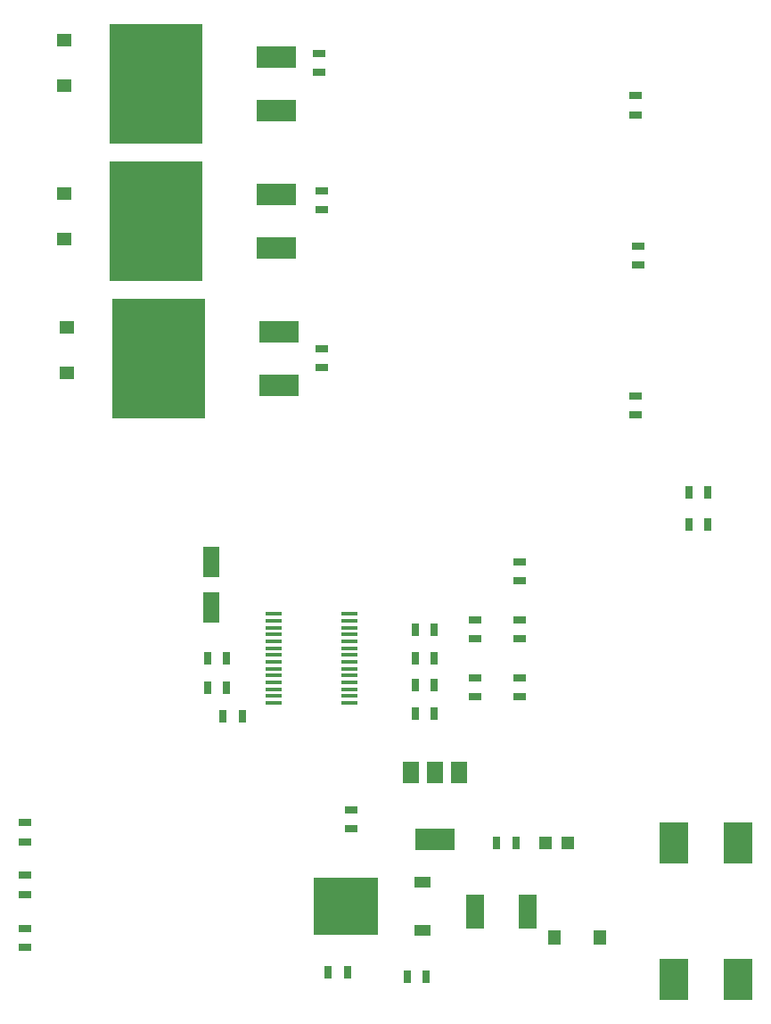
<source format=gbr>
G04 EAGLE Gerber RS-274X export*
G75*
%MOMM*%
%FSLAX34Y34*%
%LPD*%
%AMOC8*
5,1,8,0,0,1.08239X$1,22.5*%
G01*
%ADD10R,1.200000X0.800000*%
%ADD11R,1.200000X1.200000*%
%ADD12R,1.270000X1.470000*%
%ADD13R,0.800000X1.200000*%
%ADD14R,1.780000X3.200000*%
%ADD15R,1.498600X2.006600*%
%ADD16R,3.810000X2.006600*%
%ADD17R,2.800000X2.400000*%
%ADD18R,2.799081X1.485900*%
%ADD19R,6.200000X5.400000*%
%ADD20R,1.600000X1.000000*%
%ADD21R,1.470000X1.270000*%
%ADD22R,3.810000X2.082800*%
%ADD23R,8.890000X11.430000*%
%ADD24R,1.500000X0.400000*%
%ADD25R,1.600000X3.000000*%


D10*
X442500Y178500D03*
X442500Y196500D03*
D11*
X648000Y165000D03*
X627000Y165000D03*
D12*
X679000Y75000D03*
X636000Y75000D03*
D13*
X439000Y42500D03*
X421000Y42500D03*
X599000Y165000D03*
X581000Y165000D03*
D14*
X609900Y100000D03*
X560100Y100000D03*
D15*
X545106Y231496D03*
X522246Y231496D03*
X499386Y231496D03*
D16*
X522500Y168504D03*
D17*
X810000Y43000D03*
X810000Y157000D03*
X749000Y43000D03*
X749000Y157000D03*
D18*
X810000Y176391D03*
X748989Y176416D03*
X748989Y23610D03*
X810000Y23610D03*
D19*
X437500Y105000D03*
D20*
X510500Y82200D03*
X510500Y127800D03*
D13*
X496000Y37500D03*
X514000Y37500D03*
D10*
X412500Y914000D03*
X412500Y896000D03*
D21*
X170000Y883500D03*
X170000Y926500D03*
D22*
X371400Y859600D03*
X371400Y910400D03*
D23*
X257100Y885000D03*
D10*
X712500Y589000D03*
X712500Y571000D03*
X715000Y731500D03*
X715000Y713500D03*
X415000Y784000D03*
X415000Y766000D03*
D21*
X170000Y738500D03*
X170000Y781500D03*
D22*
X371400Y729600D03*
X371400Y780400D03*
D23*
X257100Y755000D03*
D10*
X415000Y634000D03*
X415000Y616000D03*
D21*
X172500Y611000D03*
X172500Y654000D03*
D22*
X373900Y599600D03*
X373900Y650400D03*
D23*
X259600Y625000D03*
D10*
X712500Y874000D03*
X712500Y856000D03*
X132500Y184000D03*
X132500Y166000D03*
X132500Y134000D03*
X132500Y116000D03*
X132500Y84000D03*
X132500Y66000D03*
D24*
X368750Y382250D03*
X368750Y375750D03*
X368750Y369250D03*
X368750Y362750D03*
X368750Y356250D03*
X368750Y349750D03*
X368750Y343250D03*
X368750Y336750D03*
X368750Y330250D03*
X368750Y323750D03*
X368750Y317250D03*
X368750Y310750D03*
X368750Y304250D03*
X368750Y297750D03*
X441250Y297750D03*
X441250Y304250D03*
X441250Y310750D03*
X441250Y317250D03*
X441250Y323750D03*
X441250Y330250D03*
X441250Y336750D03*
X441250Y343250D03*
X441250Y349750D03*
X441250Y356250D03*
X441250Y362750D03*
X441250Y369250D03*
X441250Y375750D03*
X441250Y382250D03*
D13*
X324000Y312500D03*
X306000Y312500D03*
X324000Y340000D03*
X306000Y340000D03*
X339000Y285000D03*
X321000Y285000D03*
X503500Y340000D03*
X521500Y340000D03*
X503500Y367500D03*
X521500Y367500D03*
D10*
X560000Y358500D03*
X560000Y376500D03*
X602500Y358500D03*
X602500Y376500D03*
X602500Y303500D03*
X602500Y321500D03*
X560000Y303500D03*
X560000Y321500D03*
D13*
X521500Y315000D03*
X503500Y315000D03*
D10*
X602500Y431500D03*
X602500Y413500D03*
D13*
X521500Y287500D03*
X503500Y287500D03*
D25*
X310000Y388000D03*
X310000Y432000D03*
D13*
X781500Y467500D03*
X763500Y467500D03*
X781500Y497500D03*
X763500Y497500D03*
M02*

</source>
